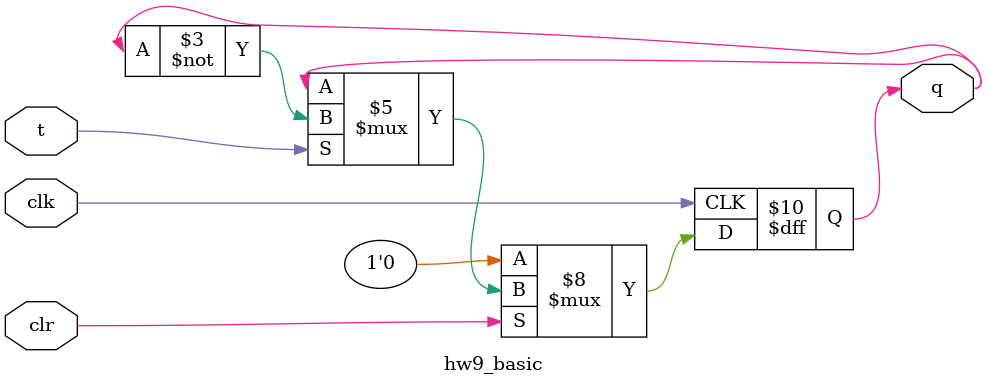
<source format=v>
module hw9_basic(t, clk, clr, q);

	// Input Port(s)
	input clk;
	input clr;
	input t;

	// Output Port(s)
	output reg q;

	always@(posedge clk)
	begin
		if(!clr)
			q <= 0;
		else
			if(t)
				q <= ~q;
			else
				q <= q;
	end
endmodule


</source>
